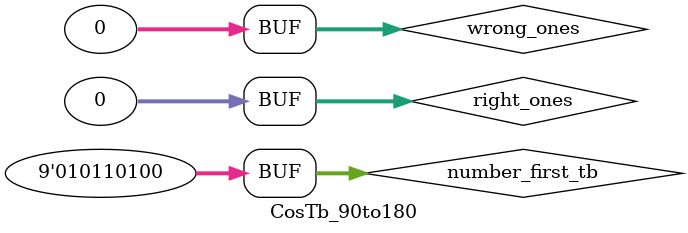
<source format=v>
`timescale 1ns / 1ps

module CosTb_90to180();

    reg [8:0]number_first_tb;
    wire whole_tb;
    wire [6:0]fraction_tb;
    wire sign_tb;
    reg [31:0]right_ones = 0;
    reg [31:0]wrong_ones = 0;
    
    Cos uut(.number_first(number_first_tb), 
            .whole(whole_tb), 
            .fraction(fraction_tb), 
            .sign(sign_tb)
            );
   
   initial begin
        number_first_tb = 90;
        //Exact Result = 0.0
        #5
        if((whole_tb == 0)&(fraction_tb == 0)&(sign_tb == 0)) begin
            right_ones = right_ones + 1;
        end
        if((whole_tb != 0)|(fraction_tb != 0)|(sign_tb != 0)) begin
            wrong_ones = wrong_ones + 1;
        end
        #5;
        number_first_tb = 91;
        //Exact Result = -0.017452406437283477
        #5
        if((whole_tb == 0)&(fraction_tb == 1)&(sign_tb == 1)) begin
            right_ones = right_ones + 1;
        end
        if((whole_tb != 0)|(fraction_tb != 1)|(sign_tb != 1)) begin
            wrong_ones = wrong_ones + 1;
        end
        #5;
        number_first_tb = 92;
        //Exact Result = -0.034899496702500955
        #5
        if((whole_tb == 0)&(fraction_tb == 3)&(sign_tb == 1)) begin
            right_ones = right_ones + 1;
        end
        if((whole_tb != 0)|(fraction_tb != 3)|(sign_tb != 1)) begin
            wrong_ones = wrong_ones + 1;
        end
        #5;
        number_first_tb = 93;
        //Exact Result = -0.05233595624294384
        #5
        if((whole_tb == 0)&(fraction_tb == 5)&(sign_tb == 1)) begin
            right_ones = right_ones + 1;
        end
        if((whole_tb != 0)|(fraction_tb != 5)|(sign_tb != 1)) begin
            wrong_ones = wrong_ones + 1;
        end
        #5;
        number_first_tb = 94;
        //Exact Result = -0.06975647374412533
        #5
        if((whole_tb == 0)&(fraction_tb == 6)&(sign_tb == 1)) begin
            right_ones = right_ones + 1;
        end
        if((whole_tb != 0)|(fraction_tb != 6)|(sign_tb != 1)) begin
            wrong_ones = wrong_ones + 1;
        end
        #5;
        number_first_tb = 95;
        //Exact Result = -0.08715574274765824
        #5
        if((whole_tb == 0)&(fraction_tb == 8)&(sign_tb == 1)) begin
            right_ones = right_ones + 1;
        end
        if((whole_tb != 0)|(fraction_tb != 8)|(sign_tb != 1)) begin
            wrong_ones = wrong_ones + 1;
        end
        #5;
        number_first_tb = 96;
        //Exact Result = -0.10452846326765355
        #5
        if((whole_tb == 0)&(fraction_tb == 10)&(sign_tb == 1)) begin
            right_ones = right_ones + 1;
        end
        if((whole_tb != 0)|(fraction_tb != 10)|(sign_tb != 1)) begin
            wrong_ones = wrong_ones + 1;
        end
        #5;
        number_first_tb = 97;
        //Exact Result = -0.12186934340514737
        #5
        if((whole_tb == 0)&(fraction_tb == 12)&(sign_tb == 1)) begin
            right_ones = right_ones + 1;
        end
        if((whole_tb != 0)|(fraction_tb != 12)|(sign_tb != 1)) begin
            wrong_ones = wrong_ones + 1;
        end
        #5;
        number_first_tb = 98;
        //Exact Result = -0.13917310096006535
        #5
        if((whole_tb == 0)&(fraction_tb == 13)&(sign_tb == 1)) begin
            right_ones = right_ones + 1;
        end
        if((whole_tb != 0)|(fraction_tb != 13)|(sign_tb != 1)) begin
            wrong_ones = wrong_ones + 1;
        end
        #5;
        number_first_tb = 99;
        //Exact Result = -0.1564344650402308
        #5
        if((whole_tb == 0)&(fraction_tb == 15)&(sign_tb == 1)) begin
            right_ones = right_ones + 1;
        end
        if((whole_tb != 0)|(fraction_tb != 15)|(sign_tb != 1)) begin
            wrong_ones = wrong_ones + 1;
        end
        #5;
        number_first_tb = 100;
        //Exact Result = -0.1736481776669303
        #5
        if((whole_tb == 0)&(fraction_tb == 17)&(sign_tb == 1)) begin
            right_ones = right_ones + 1;
        end
        if((whole_tb != 0)|(fraction_tb != 17)|(sign_tb != 1)) begin
            wrong_ones = wrong_ones + 1;
        end
        #5;
        number_first_tb = 101;
        //Exact Result = -0.1908089953765448
        #5
        if((whole_tb == 0)&(fraction_tb == 19)&(sign_tb == 1)) begin
            right_ones = right_ones + 1;
        end
        if((whole_tb != 0)|(fraction_tb != 19)|(sign_tb != 1)) begin
            wrong_ones = wrong_ones + 1;
        end
        #5;
        number_first_tb = 102;
        //Exact Result = -0.20791169081775934
        #5
        if((whole_tb == 0)&(fraction_tb == 20)&(sign_tb == 1)) begin
            right_ones = right_ones + 1;
        end
        if((whole_tb != 0)|(fraction_tb != 20)|(sign_tb != 1)) begin
            wrong_ones = wrong_ones + 1;
        end
        #5;
        number_first_tb = 103;
        //Exact Result = -0.22495105434386503
        #5
        if((whole_tb == 0)&(fraction_tb == 22)&(sign_tb == 1)) begin
            right_ones = right_ones + 1;
        end
        if((whole_tb != 0)|(fraction_tb != 22)|(sign_tb != 1)) begin
            wrong_ones = wrong_ones + 1;
        end
        #5;
        number_first_tb = 104;
        //Exact Result = -0.24192189559966779
        #5
        if((whole_tb == 0)&(fraction_tb == 24)&(sign_tb == 1)) begin
            right_ones = right_ones + 1;
        end
        if((whole_tb != 0)|(fraction_tb != 24)|(sign_tb != 1)) begin
            wrong_ones = wrong_ones + 1;
        end
        #5;
        number_first_tb = 105;
        //Exact Result = -0.25881904510252085
        #5
        if((whole_tb == 0)&(fraction_tb == 25)&(sign_tb == 1)) begin
            right_ones = right_ones + 1;
        end
        if((whole_tb != 0)|(fraction_tb != 25)|(sign_tb != 1)) begin
            wrong_ones = wrong_ones + 1;
        end
        #5;
        number_first_tb = 106;
        //Exact Result = -0.27563735581699905
        #5
        if((whole_tb == 0)&(fraction_tb == 27)&(sign_tb == 1)) begin
            right_ones = right_ones + 1;
        end
        if((whole_tb != 0)|(fraction_tb != 27)|(sign_tb != 1)) begin
            wrong_ones = wrong_ones + 1;
        end
        #5;
        number_first_tb = 107;
        //Exact Result = -0.29237170472273666
        #5
        if((whole_tb == 0)&(fraction_tb == 29)&(sign_tb == 1)) begin
            right_ones = right_ones + 1;
        end
        if((whole_tb != 0)|(fraction_tb != 29)|(sign_tb != 1)) begin
            wrong_ones = wrong_ones + 1;
        end
        #5;
        number_first_tb = 108;
        //Exact Result = -0.30901699437494734
        #5
        if((whole_tb == 0)&(fraction_tb == 30)&(sign_tb == 1)) begin
            right_ones = right_ones + 1;
        end
        if((whole_tb != 0)|(fraction_tb != 30)|(sign_tb != 1)) begin
            wrong_ones = wrong_ones + 1;
        end
        #5;
        number_first_tb = 109;
        //Exact Result = -0.32556815445715664
        #5
        if((whole_tb == 0)&(fraction_tb == 32)&(sign_tb == 1)) begin
            right_ones = right_ones + 1;
        end
        if((whole_tb != 0)|(fraction_tb != 32)|(sign_tb != 1)) begin
            wrong_ones = wrong_ones + 1;
        end
        #5;
        number_first_tb = 110;
        //Exact Result = -0.3420201433256687
        #5
        if((whole_tb == 0)&(fraction_tb == 34)&(sign_tb == 1)) begin
            right_ones = right_ones + 1;
        end
        if((whole_tb != 0)|(fraction_tb != 34)|(sign_tb != 1)) begin
            wrong_ones = wrong_ones + 1;
        end
        #5;
        number_first_tb = 111;
        //Exact Result = -0.35836794954530027
        #5
        if((whole_tb == 0)&(fraction_tb == 35)&(sign_tb == 1)) begin
            right_ones = right_ones + 1;
        end
        if((whole_tb != 0)|(fraction_tb != 35)|(sign_tb != 1)) begin
            wrong_ones = wrong_ones + 1;
        end
        #5;
        number_first_tb = 112;
        //Exact Result = -0.37460659341591207
        #5
        if((whole_tb == 0)&(fraction_tb == 37)&(sign_tb == 1)) begin
            right_ones = right_ones + 1;
        end
        if((whole_tb != 0)|(fraction_tb != 37)|(sign_tb != 1)) begin
            wrong_ones = wrong_ones + 1;
        end
        #5;
        number_first_tb = 113;
        //Exact Result = -0.3907311284892738
        #5
        if((whole_tb == 0)&(fraction_tb == 39)&(sign_tb == 1)) begin
            right_ones = right_ones + 1;
        end
        if((whole_tb != 0)|(fraction_tb != 39)|(sign_tb != 1)) begin
            wrong_ones = wrong_ones + 1;
        end
        #5;
        number_first_tb = 114;
        //Exact Result = -0.40673664307580026
        #5
        if((whole_tb == 0)&(fraction_tb == 40)&(sign_tb == 1)) begin
            right_ones = right_ones + 1;
        end
        if((whole_tb != 0)|(fraction_tb != 40)|(sign_tb != 1)) begin
            wrong_ones = wrong_ones + 1;
        end
        #5;
        number_first_tb = 115;
        //Exact Result = -0.42261826174069933
        #5
        if((whole_tb == 0)&(fraction_tb == 42)&(sign_tb == 1)) begin
            right_ones = right_ones + 1;
        end
        if((whole_tb != 0)|(fraction_tb != 42)|(sign_tb != 1)) begin
            wrong_ones = wrong_ones + 1;
        end
        #5;
        number_first_tb = 116;
        //Exact Result = -0.4383711467890775
        #5
        if((whole_tb == 0)&(fraction_tb == 43)&(sign_tb == 1)) begin
            right_ones = right_ones + 1;
        end
        if((whole_tb != 0)|(fraction_tb != 43)|(sign_tb != 1)) begin
            wrong_ones = wrong_ones + 1;
        end
        #5;
        number_first_tb = 117;
        //Exact Result = -0.45399049973954675
        #5
        if((whole_tb == 0)&(fraction_tb == 45)&(sign_tb == 1)) begin
            right_ones = right_ones + 1;
        end
        if((whole_tb != 0)|(fraction_tb != 45)|(sign_tb != 1)) begin
            wrong_ones = wrong_ones + 1;
        end
        #5;
        number_first_tb = 118;
        //Exact Result = -0.4694715627858909
        #5
        if((whole_tb == 0)&(fraction_tb == 46)&(sign_tb == 1)) begin
            right_ones = right_ones + 1;
        end
        if((whole_tb != 0)|(fraction_tb != 46)|(sign_tb != 1)) begin
            wrong_ones = wrong_ones + 1;
        end
        #5;
        number_first_tb = 119;
        //Exact Result = -0.484809620246337
        #5
        if((whole_tb == 0)&(fraction_tb == 48)&(sign_tb == 1)) begin
            right_ones = right_ones + 1;
        end
        if((whole_tb != 0)|(fraction_tb != 48)|(sign_tb != 1)) begin
            wrong_ones = wrong_ones + 1;
        end
        #5;
        number_first_tb = 120;
        //Exact Result = -0.4999999999999998
        #5
        if((whole_tb == 0)&(fraction_tb == 50)&(sign_tb == 1)) begin
            right_ones = right_ones + 1;
        end
        if((whole_tb != 0)|(fraction_tb != 50)|(sign_tb != 1)) begin
            wrong_ones = wrong_ones + 1;
        end
        #5;
        number_first_tb = 121;
        //Exact Result = -0.5150380749100543
        #5
        if((whole_tb == 0)&(fraction_tb == 51)&(sign_tb == 1)) begin
            right_ones = right_ones + 1;
        end
        if((whole_tb != 0)|(fraction_tb != 51)|(sign_tb != 1)) begin
            wrong_ones = wrong_ones + 1;
        end
        #5;
        number_first_tb = 122;
        //Exact Result = -0.5299192642332048
        #5
        if((whole_tb == 0)&(fraction_tb == 52)&(sign_tb == 1)) begin
            right_ones = right_ones + 1;
        end
        if((whole_tb != 0)|(fraction_tb != 52)|(sign_tb != 1)) begin
            wrong_ones = wrong_ones + 1;
        end
        #5;
        number_first_tb = 123;
        //Exact Result = -0.5446390350150271
        #5
        if((whole_tb == 0)&(fraction_tb == 54)&(sign_tb == 1)) begin
            right_ones = right_ones + 1;
        end
        if((whole_tb != 0)|(fraction_tb != 54)|(sign_tb != 1)) begin
            wrong_ones = wrong_ones + 1;
        end
        #5;
        number_first_tb = 124;
        //Exact Result = -0.5591929034707467
        #5
        if((whole_tb == 0)&(fraction_tb == 55)&(sign_tb == 1)) begin
            right_ones = right_ones + 1;
        end
        if((whole_tb != 0)|(fraction_tb != 55)|(sign_tb != 1)) begin
            wrong_ones = wrong_ones + 1;
        end
        #5;
        number_first_tb = 125;
        //Exact Result = -0.5735764363510462
        #5
        if((whole_tb == 0)&(fraction_tb == 57)&(sign_tb == 1)) begin
            right_ones = right_ones + 1;
        end
        if((whole_tb != 0)|(fraction_tb != 57)|(sign_tb != 1)) begin
            wrong_ones = wrong_ones + 1;
        end
        #5;
        number_first_tb = 126;
        //Exact Result = -0.587785252292473
        #5
        if((whole_tb == 0)&(fraction_tb == 58)&(sign_tb == 1)) begin
            right_ones = right_ones + 1;
        end
        if((whole_tb != 0)|(fraction_tb != 58)|(sign_tb != 1)) begin
            wrong_ones = wrong_ones + 1;
        end
        #5;
        number_first_tb = 127;
        //Exact Result = -0.6018150231520484
        #5
        if((whole_tb == 0)&(fraction_tb == 60)&(sign_tb == 1)) begin
            right_ones = right_ones + 1;
        end
        if((whole_tb != 0)|(fraction_tb != 60)|(sign_tb != 1)) begin
            wrong_ones = wrong_ones + 1;
        end
        #5;
        number_first_tb = 128;
        //Exact Result = -0.6156614753256583
        #5
        if((whole_tb == 0)&(fraction_tb == 61)&(sign_tb == 1)) begin
            right_ones = right_ones + 1;
        end
        if((whole_tb != 0)|(fraction_tb != 61)|(sign_tb != 1)) begin
            wrong_ones = wrong_ones + 1;
        end
        #5;
        number_first_tb = 129;
        //Exact Result = -0.6293203910498373
        #5
        if((whole_tb == 0)&(fraction_tb == 62)&(sign_tb == 1)) begin
            right_ones = right_ones + 1;
        end
        if((whole_tb != 0)|(fraction_tb != 62)|(sign_tb != 1)) begin
            wrong_ones = wrong_ones + 1;
        end
        #5;
        number_first_tb = 130;
        //Exact Result = -0.6427876096865394
        #5
        if((whole_tb == 0)&(fraction_tb == 64)&(sign_tb == 1)) begin
            right_ones = right_ones + 1;
        end
        if((whole_tb != 0)|(fraction_tb != 64)|(sign_tb != 1)) begin
            wrong_ones = wrong_ones + 1;
        end
        #5;
        number_first_tb = 131;
        //Exact Result = -0.6560590289905072
        #5
        if((whole_tb == 0)&(fraction_tb == 65)&(sign_tb == 1)) begin
            right_ones = right_ones + 1;
        end
        if((whole_tb != 0)|(fraction_tb != 65)|(sign_tb != 1)) begin
            wrong_ones = wrong_ones + 1;
        end
        #5;
        number_first_tb = 132;
        //Exact Result = -0.6691306063588582
        #5
        if((whole_tb == 0)&(fraction_tb == 66)&(sign_tb == 1)) begin
            right_ones = right_ones + 1;
        end
        if((whole_tb != 0)|(fraction_tb != 66)|(sign_tb != 1)) begin
            wrong_ones = wrong_ones + 1;
        end
        #5;
        number_first_tb = 133;
        //Exact Result = -0.6819983600624984
        #5
        if((whole_tb == 0)&(fraction_tb == 68)&(sign_tb == 1)) begin
            right_ones = right_ones + 1;
        end
        if((whole_tb != 0)|(fraction_tb != 68)|(sign_tb != 1)) begin
            wrong_ones = wrong_ones + 1;
        end
        #5;
        number_first_tb = 134;
        //Exact Result = -0.6946583704589974
        #5
        if((whole_tb == 0)&(fraction_tb == 69)&(sign_tb == 1)) begin
            right_ones = right_ones + 1;
        end
        if((whole_tb != 0)|(fraction_tb != 69)|(sign_tb != 1)) begin
            wrong_ones = wrong_ones + 1;
        end
        #5;
        number_first_tb = 135;
        //Exact Result = -0.7071067811865475
        #5
        if((whole_tb == 0)&(fraction_tb == 70)&(sign_tb == 1)) begin
            right_ones = right_ones + 1;
        end
        if((whole_tb != 0)|(fraction_tb != 70)|(sign_tb != 1)) begin
            wrong_ones = wrong_ones + 1;
        end
        #5;
        number_first_tb = 136;
        //Exact Result = -0.7193398003386513
        #5
        if((whole_tb == 0)&(fraction_tb == 71)&(sign_tb == 1)) begin
            right_ones = right_ones + 1;
        end
        if((whole_tb != 0)|(fraction_tb != 71)|(sign_tb != 1)) begin
            wrong_ones = wrong_ones + 1;
        end
        #5;
        number_first_tb = 137;
        //Exact Result = -0.7313537016191705
        #5
        if((whole_tb == 0)&(fraction_tb == 73)&(sign_tb == 1)) begin
            right_ones = right_ones + 1;
        end
        if((whole_tb != 0)|(fraction_tb != 73)|(sign_tb != 1)) begin
            wrong_ones = wrong_ones + 1;
        end
        #5;
        number_first_tb = 138;
        //Exact Result = -0.7431448254773941
        #5
        if((whole_tb == 0)&(fraction_tb == 74)&(sign_tb == 1)) begin
            right_ones = right_ones + 1;
        end
        if((whole_tb != 0)|(fraction_tb != 74)|(sign_tb != 1)) begin
            wrong_ones = wrong_ones + 1;
        end
        #5;
        number_first_tb = 139;
        //Exact Result = -0.754709580222772
        #5
        if((whole_tb == 0)&(fraction_tb == 75)&(sign_tb == 1)) begin
            right_ones = right_ones + 1;
        end
        if((whole_tb != 0)|(fraction_tb != 75)|(sign_tb != 1)) begin
            wrong_ones = wrong_ones + 1;
        end
        #5;
        number_first_tb = 140;
        //Exact Result = -0.7660444431189779
        #5
        if((whole_tb == 0)&(fraction_tb == 76)&(sign_tb == 1)) begin
            right_ones = right_ones + 1;
        end
        if((whole_tb != 0)|(fraction_tb != 76)|(sign_tb != 1)) begin
            wrong_ones = wrong_ones + 1;
        end
        #5;
        number_first_tb = 141;
        //Exact Result = -0.7771459614569709
        #5
        if((whole_tb == 0)&(fraction_tb == 77)&(sign_tb == 1)) begin
            right_ones = right_ones + 1;
        end
        if((whole_tb != 0)|(fraction_tb != 77)|(sign_tb != 1)) begin
            wrong_ones = wrong_ones + 1;
        end
        #5;
        number_first_tb = 142;
        //Exact Result = -0.7880107536067219
        #5
        if((whole_tb == 0)&(fraction_tb == 78)&(sign_tb == 1)) begin
            right_ones = right_ones + 1;
        end
        if((whole_tb != 0)|(fraction_tb != 78)|(sign_tb != 1)) begin
            wrong_ones = wrong_ones + 1;
        end
        #5;
        number_first_tb = 143;
        //Exact Result = -0.7986355100472929
        #5
        if((whole_tb == 0)&(fraction_tb == 79)&(sign_tb == 1)) begin
            right_ones = right_ones + 1;
        end
        if((whole_tb != 0)|(fraction_tb != 79)|(sign_tb != 1)) begin
            wrong_ones = wrong_ones + 1;
        end
        #5;
        number_first_tb = 144;
        //Exact Result = -0.8090169943749473
        #5
        if((whole_tb == 0)&(fraction_tb == 80)&(sign_tb == 1)) begin
            right_ones = right_ones + 1;
        end
        if((whole_tb != 0)|(fraction_tb != 80)|(sign_tb != 1)) begin
            wrong_ones = wrong_ones + 1;
        end
        #5;
        number_first_tb = 145;
        //Exact Result = -0.8191520442889919
        #5
        if((whole_tb == 0)&(fraction_tb == 81)&(sign_tb == 1)) begin
            right_ones = right_ones + 1;
        end
        if((whole_tb != 0)|(fraction_tb != 81)|(sign_tb != 1)) begin
            wrong_ones = wrong_ones + 1;
        end
        #5;
        number_first_tb = 146;
        //Exact Result = -0.8290375725550416
        #5
        if((whole_tb == 0)&(fraction_tb == 82)&(sign_tb == 1)) begin
            right_ones = right_ones + 1;
        end
        if((whole_tb != 0)|(fraction_tb != 82)|(sign_tb != 1)) begin
            wrong_ones = wrong_ones + 1;
        end
        #5;
        number_first_tb = 147;
        //Exact Result = -0.8386705679454239
        #5
        if((whole_tb == 0)&(fraction_tb == 83)&(sign_tb == 1)) begin
            right_ones = right_ones + 1;
        end
        if((whole_tb != 0)|(fraction_tb != 83)|(sign_tb != 1)) begin
            wrong_ones = wrong_ones + 1;
        end
        #5;
        number_first_tb = 148;
        //Exact Result = -0.848048096156426
        #5
        if((whole_tb == 0)&(fraction_tb == 84)&(sign_tb == 1)) begin
            right_ones = right_ones + 1;
        end
        if((whole_tb != 0)|(fraction_tb != 84)|(sign_tb != 1)) begin
            wrong_ones = wrong_ones + 1;
        end
        #5;
        number_first_tb = 149;
        //Exact Result = -0.8571673007021122
        #5
        if((whole_tb == 0)&(fraction_tb == 85)&(sign_tb == 1)) begin
            right_ones = right_ones + 1;
        end
        if((whole_tb != 0)|(fraction_tb != 85)|(sign_tb != 1)) begin
            wrong_ones = wrong_ones + 1;
        end
        #5;
        number_first_tb = 150;
        //Exact Result = -0.8660254037844387
        #5
        if((whole_tb == 0)&(fraction_tb == 86)&(sign_tb == 1)) begin
            right_ones = right_ones + 1;
        end
        if((whole_tb != 0)|(fraction_tb != 86)|(sign_tb != 1)) begin
            wrong_ones = wrong_ones + 1;
        end
        #5;
        number_first_tb = 151;
        //Exact Result = -0.8746197071393957
        #5
        if((whole_tb == 0)&(fraction_tb == 87)&(sign_tb == 1)) begin
            right_ones = right_ones + 1;
        end
        if((whole_tb != 0)|(fraction_tb != 87)|(sign_tb != 1)) begin
            wrong_ones = wrong_ones + 1;
        end
        #5;
        number_first_tb = 152;
        //Exact Result = -0.882947592858927
        #5
        if((whole_tb == 0)&(fraction_tb == 88)&(sign_tb == 1)) begin
            right_ones = right_ones + 1;
        end
        if((whole_tb != 0)|(fraction_tb != 88)|(sign_tb != 1)) begin
            wrong_ones = wrong_ones + 1;
        end
        #5;
        number_first_tb = 153;
        //Exact Result = -0.8910065241883678
        #5
        if((whole_tb == 0)&(fraction_tb == 89)&(sign_tb == 1)) begin
            right_ones = right_ones + 1;
        end
        if((whole_tb != 0)|(fraction_tb != 89)|(sign_tb != 1)) begin
            wrong_ones = wrong_ones + 1;
        end
        #5;
        number_first_tb = 154;
        //Exact Result = -0.898794046299167
        #5
        if((whole_tb == 0)&(fraction_tb == 89)&(sign_tb == 1)) begin
            right_ones = right_ones + 1;
        end
        if((whole_tb != 0)|(fraction_tb != 89)|(sign_tb != 1)) begin
            wrong_ones = wrong_ones + 1;
        end
        #5;
        number_first_tb = 155;
        //Exact Result = -0.9063077870366499
        #5
        if((whole_tb == 0)&(fraction_tb == 90)&(sign_tb == 1)) begin
            right_ones = right_ones + 1;
        end
        if((whole_tb != 0)|(fraction_tb != 90)|(sign_tb != 1)) begin
            wrong_ones = wrong_ones + 1;
        end
        #5;
        number_first_tb = 156;
        //Exact Result = -0.9135454576426008
        #5
        if((whole_tb == 0)&(fraction_tb == 91)&(sign_tb == 1)) begin
            right_ones = right_ones + 1;
        end
        if((whole_tb != 0)|(fraction_tb != 91)|(sign_tb != 1)) begin
            wrong_ones = wrong_ones + 1;
        end
        #5;
        number_first_tb = 157;
        //Exact Result = -0.9205048534524404
        #5
        if((whole_tb == 0)&(fraction_tb == 92)&(sign_tb == 1)) begin
            right_ones = right_ones + 1;
        end
        if((whole_tb != 0)|(fraction_tb != 92)|(sign_tb != 1)) begin
            wrong_ones = wrong_ones + 1;
        end
        #5;
        number_first_tb = 158;
        //Exact Result = -0.9271838545667873
        #5
        if((whole_tb == 0)&(fraction_tb == 92)&(sign_tb == 1)) begin
            right_ones = right_ones + 1;
        end
        if((whole_tb != 0)|(fraction_tb != 92)|(sign_tb != 1)) begin
            wrong_ones = wrong_ones + 1;
        end
        #5;
        number_first_tb = 159;
        //Exact Result = -0.9335804264972017
        #5
        if((whole_tb == 0)&(fraction_tb == 93)&(sign_tb == 1)) begin
            right_ones = right_ones + 1;
        end
        if((whole_tb != 0)|(fraction_tb != 93)|(sign_tb != 1)) begin
            wrong_ones = wrong_ones + 1;
        end
        #5;
        number_first_tb = 160;
        //Exact Result = -0.9396926207859083
        #5
        if((whole_tb == 0)&(fraction_tb == 93)&(sign_tb == 1)) begin
            right_ones = right_ones + 1;
        end
        if((whole_tb != 0)|(fraction_tb != 93)|(sign_tb != 1)) begin
            wrong_ones = wrong_ones + 1;
        end
        #5;
        number_first_tb = 161;
        //Exact Result = -0.9455185755993168
        #5
        if((whole_tb == 0)&(fraction_tb == 94)&(sign_tb == 1)) begin
            right_ones = right_ones + 1;
        end
        if((whole_tb != 0)|(fraction_tb != 94)|(sign_tb != 1)) begin
            wrong_ones = wrong_ones + 1;
        end
        #5;
        number_first_tb = 162;
        //Exact Result = -0.9510565162951535
        #5
        if((whole_tb == 0)&(fraction_tb == 95)&(sign_tb == 1)) begin
            right_ones = right_ones + 1;
        end
        if((whole_tb != 0)|(fraction_tb != 95)|(sign_tb != 1)) begin
            wrong_ones = wrong_ones + 1;
        end
        #5;
        number_first_tb = 163;
        //Exact Result = -0.9563047559630355
        #5
        if((whole_tb == 0)&(fraction_tb == 95)&(sign_tb == 1)) begin
            right_ones = right_ones + 1;
        end
        if((whole_tb != 0)|(fraction_tb != 95)|(sign_tb != 1)) begin
            wrong_ones = wrong_ones + 1;
        end
        #5;
        number_first_tb = 164;
        //Exact Result = -0.9612616959383189
        #5
        if((whole_tb == 0)&(fraction_tb == 96)&(sign_tb == 1)) begin
            right_ones = right_ones + 1;
        end
        if((whole_tb != 0)|(fraction_tb != 96)|(sign_tb != 1)) begin
            wrong_ones = wrong_ones + 1;
        end
        #5;
        number_first_tb = 165;
        //Exact Result = -0.9659258262890682
        #5
        if((whole_tb == 0)&(fraction_tb == 96)&(sign_tb == 1)) begin
            right_ones = right_ones + 1;
        end
        if((whole_tb != 0)|(fraction_tb != 96)|(sign_tb != 1)) begin
            wrong_ones = wrong_ones + 1;
        end
        #5;
        number_first_tb = 166;
        //Exact Result = -0.9702957262759965
        #5
        if((whole_tb == 0)&(fraction_tb == 97)&(sign_tb == 1)) begin
            right_ones = right_ones + 1;
        end
        if((whole_tb != 0)|(fraction_tb != 97)|(sign_tb != 1)) begin
            wrong_ones = wrong_ones + 1;
        end
        #5;
        number_first_tb = 167;
        //Exact Result = -0.9743700647852351
        #5
        if((whole_tb == 0)&(fraction_tb == 97)&(sign_tb == 1)) begin
            right_ones = right_ones + 1;
        end
        if((whole_tb != 0)|(fraction_tb != 97)|(sign_tb != 1)) begin
            wrong_ones = wrong_ones + 1;
        end
        #5;
        number_first_tb = 168;
        //Exact Result = -0.9781476007338057
        #5
        if((whole_tb == 0)&(fraction_tb == 97)&(sign_tb == 1)) begin
            right_ones = right_ones + 1;
        end
        if((whole_tb != 0)|(fraction_tb != 97)|(sign_tb != 1)) begin
            wrong_ones = wrong_ones + 1;
        end
        #5;
        number_first_tb = 169;
        //Exact Result = -0.981627183447664
        #5
        if((whole_tb == 0)&(fraction_tb == 98)&(sign_tb == 1)) begin
            right_ones = right_ones + 1;
        end
        if((whole_tb != 0)|(fraction_tb != 98)|(sign_tb != 1)) begin
            wrong_ones = wrong_ones + 1;
        end
        #5;
        number_first_tb = 170;
        //Exact Result = -0.984807753012208
        #5
        if((whole_tb == 0)&(fraction_tb == 98)&(sign_tb == 1)) begin
            right_ones = right_ones + 1;
        end
        if((whole_tb != 0)|(fraction_tb != 98)|(sign_tb != 1)) begin
            wrong_ones = wrong_ones + 1;
        end
        #5;
        number_first_tb = 171;
        //Exact Result = -0.9876883405951377
        #5
        if((whole_tb == 0)&(fraction_tb == 98)&(sign_tb == 1)) begin
            right_ones = right_ones + 1;
        end
        if((whole_tb != 0)|(fraction_tb != 98)|(sign_tb != 1)) begin
            wrong_ones = wrong_ones + 1;
        end
        #5;
        number_first_tb = 172;
        //Exact Result = -0.9902680687415704
        #5
        if((whole_tb == 0)&(fraction_tb == 99)&(sign_tb == 1)) begin
            right_ones = right_ones + 1;
        end
        if((whole_tb != 0)|(fraction_tb != 99)|(sign_tb != 1)) begin
            wrong_ones = wrong_ones + 1;
        end
        #5;
        number_first_tb = 173;
        //Exact Result = -0.992546151641322
        #5
        if((whole_tb == 0)&(fraction_tb == 99)&(sign_tb == 1)) begin
            right_ones = right_ones + 1;
        end
        if((whole_tb != 0)|(fraction_tb != 99)|(sign_tb != 1)) begin
            wrong_ones = wrong_ones + 1;
        end
        #5;
        number_first_tb = 174;
        //Exact Result = -0.9945218953682733
        #5
        if((whole_tb == 0)&(fraction_tb == 99)&(sign_tb == 1)) begin
            right_ones = right_ones + 1;
        end
        if((whole_tb != 0)|(fraction_tb != 99)|(sign_tb != 1)) begin
            wrong_ones = wrong_ones + 1;
        end
        #5;
        number_first_tb = 175;
        //Exact Result = -0.9961946980917455
        #5
        if((whole_tb == 0)&(fraction_tb == 99)&(sign_tb == 1)) begin
            right_ones = right_ones + 1;
        end
        if((whole_tb != 0)|(fraction_tb != 99)|(sign_tb != 1)) begin
            wrong_ones = wrong_ones + 1;
        end
        #5;
        number_first_tb = 176;
        //Exact Result = -0.9975640502598242
        #5
        if((whole_tb == 0)&(fraction_tb == 99)&(sign_tb == 1)) begin
            right_ones = right_ones + 1;
        end
        if((whole_tb != 0)|(fraction_tb != 99)|(sign_tb != 1)) begin
            wrong_ones = wrong_ones + 1;
        end
        #5;
        number_first_tb = 177;
        //Exact Result = -0.9986295347545738
        #5
        if((whole_tb == 0)&(fraction_tb == 99)&(sign_tb == 1)) begin
            right_ones = right_ones + 1;
        end
        if((whole_tb != 0)|(fraction_tb != 99)|(sign_tb != 1)) begin
            wrong_ones = wrong_ones + 1;
        end
        #5;
        number_first_tb = 178;
        //Exact Result = -0.9993908270190958
        #5
        if((whole_tb == 0)&(fraction_tb == 99)&(sign_tb == 1)) begin
            right_ones = right_ones + 1;
        end
        if((whole_tb != 0)|(fraction_tb != 99)|(sign_tb != 1)) begin
            wrong_ones = wrong_ones + 1;
        end
        #5;
        number_first_tb = 179;
        //Exact Result = -0.9998476951563913
        #5
        if((whole_tb == 0)&(fraction_tb == 99)&(sign_tb == 1)) begin
            right_ones = right_ones + 1;
        end
        if((whole_tb != 0)|(fraction_tb != 99)|(sign_tb != 1)) begin
            wrong_ones = wrong_ones + 1;
        end
        #5;
        number_first_tb = 180;
        //Exact Result = -1.0
        #5
        if((whole_tb == 1)&(fraction_tb == 0)&(sign_tb == 1)) begin
            right_ones = right_ones + 1;
        end
        if((whole_tb != 1)|(fraction_tb != 0)|(sign_tb != 1)) begin
            wrong_ones = wrong_ones + 1;
        end
        #5;
   
   end
            

endmodule

</source>
